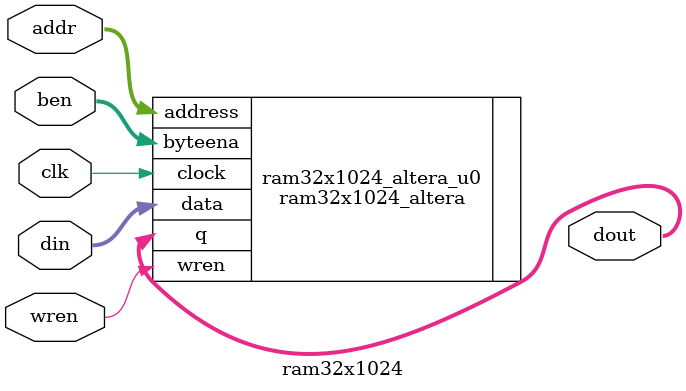
<source format=v>




module  ram32x1024(
        clk,
    //SRAM interface
        addr,
        dout,
        din,
        ben,
        wren
        );

//-----------------------------------------------------------//
//                          PARAMETERS                       //
//-----------------------------------------------------------//


//-----------------------------------------------------------//
//                      INPUTS/OUTPUTS                       //
//-----------------------------------------------------------//  
input               clk;

output  [31:0]      dout;
input   [9 :0]      addr;
input   [31:0]      din;
input   [3 :0]      ben;
input               wren;


`ifndef ALTERA
`define ALTERA
`endif


//Altera model
`ifdef ALTERA
ram32x1024_altera ram32x1024_altera_u0 (
                      .address ( addr      ),
                      .byteena ( ben       ),
                      .clock   ( clk       ),
                      .data    ( din       ),
                      .wren    ( wren      ),
                      .q       ( dout      )
                      );

					  
//Xilinx model                      
`elsif  XILINX
wire [3:0] wea = wren ? ben : 4'b0;
ram32x1024_xilinx ram32x1024_xilinx_u0 (
                      .clka    ( clk       ),
                      .ena     ( 1'b1      ),
                      .wea     ( wea       ),
                      .addra   ( addr      ),
                      .dina    ( din       ),
                      .douta   ( dout      )
                      );

//behavioural model					  
`else

reg [31:0]     dout;

reg [7:0]      ram_memory0[0 : 1023];
reg [7:0]      ram_memory1[0 : 1023];
reg [7:0]      ram_memory2[0 : 1023];
reg [7:0]      ram_memory3[0 : 1023];


//ram read
always @ (posedge clk )
begin
    if(!wren)
      case (ben)
      4'b0000 : dout <= {32{1'bx}};
      4'b0001 : dout <= {{24{1'bx}}, ram_memory0[addr]};
      4'b0010 : dout <= {{16{1'bx}}, ram_memory1[addr],{8{1'bx}}};
      4'b0100 : dout <= {{8{1'bx}}, ram_memory2[addr],{16{1'bx}}};
      4'b1000 : dout <= {ram_memory3[addr],{24{1'bx}}};
      4'b0011 : dout <= {{16{1'bx}}, ram_memory1[addr], ram_memory0[addr]};
      4'b1100 : dout <= {ram_memory3[addr], ram_memory2[addr],{16{1'bx}}};
      4'b1111 : dout <= {ram_memory3[addr], ram_memory2[addr],
                         ram_memory1[addr], ram_memory0[addr]}; 
      default : dout <= {32{1'bx}};
      endcase
end

//ram write
always @ (posedge clk )
begin
    if(wren)
      case (ben)
      4'b0001 :  ram_memory0[addr] <= din[7:0];
      4'b0010 :  ram_memory1[addr] <= din[15:8];
      4'b0100 :  ram_memory2[addr] <= din[23:16];
      4'b1000 :  ram_memory3[addr] <= din[31:24];
      4'b0011 : {ram_memory1[addr], ram_memory0[addr]} <= din[15:0];
      4'b1100 : {ram_memory3[addr], ram_memory2[addr]} <= din[31:24];
      4'b1111 : {ram_memory3[addr], ram_memory2[addr], 
                 ram_memory1[addr], ram_memory0[addr]} <= din;
      default : ;
      endcase
end
`endif

endmodule

</source>
